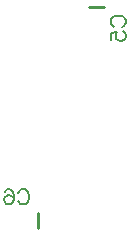
<source format=gbr>
G04 DipTrace 3.1.0.1*
G04 Íèæíÿÿìàðêèðîâêà.gbr*
%MOIN*%
G04 #@! TF.FileFunction,Legend,Bot*
G04 #@! TF.Part,Single*
%ADD10C,0.009843*%
%ADD61C,0.00772*%
%FSLAX26Y26*%
G04*
G70*
G90*
G75*
G01*
G04 BotSilk*
%LPD*%
X688140Y885198D2*
D10*
X636999D1*
X466302Y149448D2*
Y200589D1*
X720994Y820853D2*
D61*
X716241Y823230D1*
X711432Y828038D1*
X709056Y832791D1*
Y842353D1*
X711432Y847161D1*
X716241Y851914D1*
X720994Y854346D1*
X728179Y856723D1*
X740173D1*
X747302Y854346D1*
X752111Y851914D1*
X756864Y847161D1*
X759296Y842353D1*
Y832791D1*
X756864Y828038D1*
X752111Y823229D1*
X747302Y820853D1*
X709111Y776729D2*
Y800605D1*
X730611Y802982D1*
X728234Y800605D1*
X725803Y793420D1*
Y786290D1*
X728234Y779105D1*
X732988Y774297D1*
X740173Y771920D1*
X744926D1*
X752111Y774297D1*
X756919Y779105D1*
X759296Y786290D1*
Y793420D1*
X756919Y800605D1*
X754487Y802982D1*
X749734Y805414D1*
X400741Y265831D2*
X403117Y270584D1*
X407926Y275392D1*
X412679Y277769D1*
X422240D1*
X427049Y275392D1*
X431802Y270584D1*
X434234Y265831D1*
X436611Y258646D1*
Y246652D1*
X434234Y239522D1*
X431802Y234714D1*
X427049Y229961D1*
X422240Y227529D1*
X412679D1*
X407926Y229961D1*
X403117Y234714D1*
X400741Y239522D1*
X356616Y270584D2*
X358993Y275337D1*
X366178Y277714D1*
X370931D1*
X378116Y275337D1*
X382925Y268152D1*
X385301Y256214D1*
Y244276D1*
X382925Y234714D1*
X378116Y229906D1*
X370931Y227529D1*
X368555D1*
X361425Y229906D1*
X356616Y234714D1*
X354240Y241899D1*
Y244276D1*
X356616Y251461D1*
X361425Y256214D1*
X368555Y258590D1*
X370931D1*
X378116Y256214D1*
X382925Y251461D1*
X385301Y244276D1*
M02*

</source>
